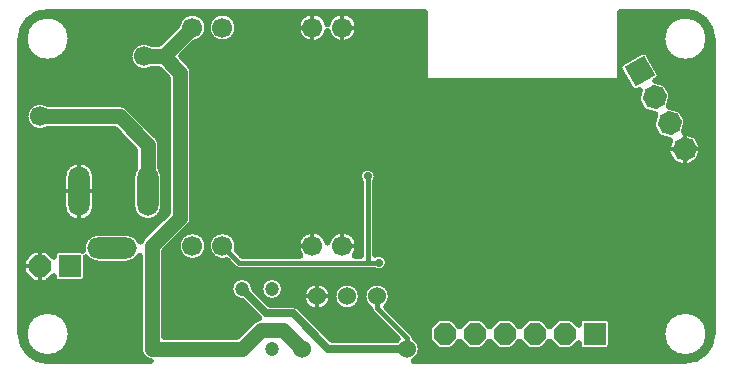
<source format=gbr>
G04 GENERATED BY PULSONIX 12.5 GERBER.DLL 9449*
G04 #@! TF.GenerationSoftware,Pulsonix,Pulsonix,12.5.9449*
G04 #@! TF.CreationDate,2025-04-26T21:18:15--1:00*
G04 #@! TF.Part,Single*
%FSLAX35Y35*%
%LPD*%
%MOMM*%
G04 #@! TF.FileFunction,Copper,L2,Bot*
G04 #@! TF.FilePolarity,Positive*
G04 #@! TA.AperFunction,OtherCopper,Copper*
%ADD14C,0.50000*%
%ADD15C,0.30000*%
G04 #@! TA.AperFunction,Conductor*
%ADD16C,0.40640*%
G04 #@! TA.AperFunction,ViaPad*
%ADD17C,0.70000*%
G04 #@! TA.AperFunction,Conductor*
%ADD71C,0.63500*%
%ADD77C,1.27000*%
G04 #@! TA.AperFunction,ComponentPad*
%ADD79C,1.52400*%
%ADD83C,1.70000*%
%ADD91O,1.80000X4.20000*%
%ADD92O,4.20000X1.80000*%
%ADD96C,1.20000*%
%AMT97*0 Rectangle Pad at angle 30*21,1,1.90500,1.90500,0,0,30*%
%ADD97T97*%
%AMT98*0 Octagon pad*4,1,8,-0.13457,1.02216,-0.81793,0.62762,-1.02216,-0.13457,-0.62762,-0.81793,0.13457,-1.02216,0.81793,-0.62762,1.02216,0.13457,0.62762,0.81793,-0.13457,1.02216,0*%
%ADD98T98*%
%ADD100R,1.90500X1.90500*%
%AMT101*0 Octagon pad*4,1,8,0.39454,0.95250,-0.39454,0.95250,-0.95250,0.39454,-0.95250,-0.39454,-0.39454,-0.95250,0.39454,-0.95250,0.95250,-0.39454,0.95250,0.39454,0.39454,0.95250,0*%
%ADD101T101*%
G04 #@! TD.AperFunction*
X0Y0D02*
D02*
D14*
X473925Y3015500D02*
Y515500D01*
G75*
G03*
X703925Y285500I230000J0D01*
G01*
X1576556D01*
G75*
G02*
X1485185Y388500I12369J103000D01*
G01*
Y1177699D01*
G75*
G02*
X1371925Y1111760I-113260J64301D01*
G01*
X1131925D01*
G75*
G02*
X1025915Y1166341I0J130240D01*
G01*
Y991750D01*
G75*
G02*
X985675Y951510I-40240J0D01*
G01*
X795175D01*
G75*
G02*
X754935Y991750I0J40240D01*
G01*
Y1007166D01*
X707699Y959930D01*
G75*
G02*
X675722Y946750I-31820J31820D01*
G01*
X597128D01*
G75*
G02*
X565151Y959930I-157J45000D01*
G01*
X509355Y1015726D01*
G75*
G02*
X496175Y1047703I31820J31820D01*
G01*
Y1126297D01*
G75*
G02*
X509355Y1158274I45000J157D01*
G01*
X565151Y1214070D01*
G75*
G02*
X597128Y1227250I31820J-31820D01*
G01*
X675722D01*
G75*
G02*
X707699Y1214070I157J-45000D01*
G01*
X754935Y1166834D01*
Y1182250D01*
G75*
G02*
X795175Y1222490I40240J0D01*
G01*
X985675D01*
G75*
G02*
X1003891Y1218131I0J-40240D01*
G01*
G75*
G02*
X1131925Y1372240I128034J23869D01*
G01*
X1371925D01*
G75*
G02*
X1490784Y1295245I0J-130240D01*
G01*
G75*
G02*
X1515764Y1335174I98141J-33620D01*
G01*
X1723310Y1542720D01*
Y2681405D01*
X1643455Y2761260D01*
X1591031D01*
G75*
G02*
X1395626Y2865000I-70165J103740D01*
G01*
G75*
G02*
X1591031Y2968740I125240J0D01*
G01*
X1643455D01*
X1807956Y3133241D01*
G75*
G02*
X2056165Y3109500I122969J-23741D01*
G01*
G75*
G02*
X1954666Y2986531I-125240J0D01*
G01*
X1833135Y2865000D01*
X1900211Y2797924D01*
G75*
G02*
X1930790Y2724375I-73161J-73549D01*
G01*
Y1499750D01*
G75*
G02*
X1900211Y1426201I-103740J0D01*
G01*
X1692665Y1218655D01*
Y492240D01*
X2307955D01*
X2436126Y620411D01*
G75*
G02*
X2495586Y650029I73549J-73161D01*
G01*
X2349343Y796272D01*
G75*
G02*
X2250685Y896500I1582J100228D01*
G01*
G75*
G02*
X2451153Y898082I100240J0D01*
G01*
X2587120Y762115D01*
X2779271D01*
G75*
G02*
X2830455Y741030I279J-71990D01*
G01*
X3110995Y460490D01*
X3656406D01*
G75*
G02*
X3670533Y475498I91517J-71992D01*
G01*
X3451285Y694746D01*
G75*
G02*
X3433517Y733455I42640J43005D01*
G01*
G75*
G02*
X3377485Y833000I60408J99545D01*
G01*
G75*
G02*
X3610365I116440J0D01*
G01*
G75*
G02*
X3571317Y746002I-116440J0D01*
G01*
X3790565Y526754D01*
G75*
G02*
X3808333Y488045I-42640J-43005D01*
G01*
G75*
G02*
X3802232Y285500I-60408J-99545D01*
G01*
X6103925D01*
G75*
G03*
X6333925Y515500I0J230000D01*
G01*
Y3015500D01*
G75*
G03*
X6103925Y3245500I-230000J0D01*
G01*
X5546925D01*
Y2784399D01*
G75*
G02*
X5565791Y2808406I39386J-11535D01*
G01*
X5730769Y2903656D01*
G75*
G02*
X5786831Y2888634I20520J-35542D01*
G01*
X5882081Y2723656D01*
G75*
G02*
X5867059Y2667594I-35542J-20520D01*
G01*
X5849552Y2657487D01*
X5916809Y2639465D01*
G75*
G02*
X5941781Y2620253I-10622J-39642D01*
G01*
X5981131Y2552098D01*
G75*
G02*
X5985283Y2520865I-35490J-20610D01*
G01*
X5964860Y2444646D01*
G75*
G02*
X5963614Y2440774I-39643J10620D01*
G01*
G75*
G02*
X5967590Y2439917I-6649J-40499D01*
G01*
X6043809Y2419494D01*
G75*
G02*
X6068781Y2400282I-10622J-39642D01*
G01*
X6108131Y2332127D01*
G75*
G02*
X6112283Y2300894I-35490J-20610D01*
G01*
X6091860Y2224675D01*
X6091843Y2224611D01*
G75*
G02*
X6095615Y2223772I-7876J-44306D01*
G01*
X6171834Y2203349D01*
G75*
G02*
X6199263Y2182201I-11647J-43467D01*
G01*
X6238507Y2114227D01*
G75*
G02*
X6243108Y2079899I-38866J-22682D01*
G01*
X6222685Y2003680D01*
G75*
G02*
X6201537Y1976251I-43467J11647D01*
G01*
X6133563Y1937007D01*
G75*
G02*
X6099235Y1932406I-22682J38866D01*
G01*
X6023016Y1952829D01*
G75*
G02*
X5995587Y1973977I11647J43467D01*
G01*
X5956343Y2041951D01*
G75*
G02*
X5951742Y2076279I38866J22682D01*
G01*
X5972165Y2152498D01*
G75*
G02*
X5973324Y2156184I43468J-11643D01*
G01*
X5973260Y2156201D01*
X5897041Y2176624D01*
G75*
G02*
X5872069Y2195836I10622J39642D01*
G01*
X5832719Y2263991D01*
G75*
G02*
X5828567Y2295224I35490J20610D01*
G01*
X5848990Y2371443D01*
G75*
G02*
X5850236Y2375315I39643J-10620D01*
G01*
G75*
G02*
X5846260Y2376172I6649J40499D01*
G01*
X5770041Y2396595D01*
G75*
G02*
X5745069Y2415807I10622J39642D01*
G01*
X5705719Y2483962D01*
G75*
G02*
X5701567Y2515195I35490J20610D01*
G01*
X5719589Y2582452D01*
X5702081Y2572344D01*
G75*
G02*
X5646019Y2587366I-20520J35542D01*
G01*
X5550769Y2752344D01*
G75*
G02*
X5546925Y2761329I35542J20520D01*
G01*
Y2683000D01*
G75*
G02*
X5521925Y2658000I-25000J0D01*
G01*
X3921925D01*
G75*
G02*
X3896925Y2683000I0J25000D01*
G01*
Y3245500D01*
X703925D01*
G75*
G03*
X473925Y3015500I0J-230000D01*
G01*
X6299165D02*
G75*
G02*
X5908685I-195240J0D01*
G01*
G75*
G02*
X6299165I195240J0D01*
G01*
Y515500D02*
G75*
G02*
X5908685I-195240J0D01*
G01*
G75*
G02*
X6299165I195240J0D01*
G01*
X3929935Y476097D02*
Y554903D01*
G75*
G02*
X3941721Y583408I40240J51D01*
G01*
X3997517Y639204D01*
G75*
G02*
X4026022Y650990I28454J-28454D01*
G01*
X4104828D01*
G75*
G02*
X4133333Y639204I51J-40240D01*
G01*
X4189129Y583408D01*
G75*
G02*
X4192425Y579676I-28455J-28452D01*
G01*
G75*
G02*
X4195721Y583408I31751J-24720D01*
G01*
X4251517Y639204D01*
G75*
G02*
X4280022Y650990I28454J-28454D01*
G01*
X4358828D01*
G75*
G02*
X4387333Y639204I51J-40240D01*
G01*
X4443129Y583408D01*
G75*
G02*
X4446425Y579676I-28455J-28452D01*
G01*
G75*
G02*
X4449721Y583408I31751J-24720D01*
G01*
X4505517Y639204D01*
G75*
G02*
X4534022Y650990I28454J-28454D01*
G01*
X4612828D01*
G75*
G02*
X4641333Y639204I51J-40240D01*
G01*
X4697129Y583408D01*
G75*
G02*
X4700425Y579676I-28455J-28452D01*
G01*
G75*
G02*
X4703721Y583408I31751J-24720D01*
G01*
X4759517Y639204D01*
G75*
G02*
X4788022Y650990I28454J-28454D01*
G01*
X4866828D01*
G75*
G02*
X4895333Y639204I51J-40240D01*
G01*
X4951129Y583408D01*
G75*
G02*
X4954425Y579676I-28455J-28452D01*
G01*
G75*
G02*
X4957721Y583408I31751J-24720D01*
G01*
X5013517Y639204D01*
G75*
G02*
X5042022Y650990I28454J-28454D01*
G01*
X5120828D01*
G75*
G02*
X5149333Y639204I51J-40240D01*
G01*
X5199935Y588602D01*
Y610750D01*
G75*
G02*
X5240175Y650990I40240J0D01*
G01*
X5430675D01*
G75*
G02*
X5470915Y610750I0J-40240D01*
G01*
Y420250D01*
G75*
G02*
X5430675Y380010I-40240J0D01*
G01*
X5240175D01*
G75*
G02*
X5199935Y420250I0J40240D01*
G01*
Y442398D01*
X5149333Y391796D01*
G75*
G02*
X5120828Y380010I-28454J28454D01*
G01*
X5042022D01*
G75*
G02*
X5013517Y391796I-51J40240D01*
G01*
X4957721Y447592D01*
G75*
G02*
X4954425Y451324I28455J28452D01*
G01*
G75*
G02*
X4951129Y447592I-31751J24720D01*
G01*
X4895333Y391796D01*
G75*
G02*
X4866828Y380010I-28454J28454D01*
G01*
X4788022D01*
G75*
G02*
X4759517Y391796I-51J40240D01*
G01*
X4703721Y447592D01*
G75*
G02*
X4700425Y451324I28455J28452D01*
G01*
G75*
G02*
X4697129Y447592I-31751J24720D01*
G01*
X4641333Y391796D01*
G75*
G02*
X4612828Y380010I-28454J28454D01*
G01*
X4534022D01*
G75*
G02*
X4505517Y391796I-51J40240D01*
G01*
X4449721Y447592D01*
G75*
G02*
X4446425Y451324I28455J28452D01*
G01*
G75*
G02*
X4443129Y447592I-31751J24720D01*
G01*
X4387333Y391796D01*
G75*
G02*
X4358828Y380010I-28454J28454D01*
G01*
X4280022D01*
G75*
G02*
X4251517Y391796I-51J40240D01*
G01*
X4195721Y447592D01*
G75*
G02*
X4192425Y451324I28455J28452D01*
G01*
G75*
G02*
X4189129Y447592I-31751J24720D01*
G01*
X4133333Y391796D01*
G75*
G02*
X4104828Y380010I-28454J28454D01*
G01*
X4026022D01*
G75*
G02*
X3997517Y391796I-51J40240D01*
G01*
X3941721Y447592D01*
G75*
G02*
X3929935Y476097I28454J28454D01*
G01*
X2310165Y1259500D02*
G75*
G02*
X2305263Y1224806I-125240J2D01*
G01*
X2350759Y1179310D01*
X2844604D01*
G75*
G02*
X2816925Y1259500I102321J80190D01*
G01*
G75*
G02*
X3073925Y1287267I130000J0D01*
G01*
G75*
G02*
X3330925Y1259500I127000J-27767D01*
G01*
G75*
G02*
X3303246Y1179310I-130000J0D01*
G01*
X3353990D01*
Y1804351D01*
G75*
G02*
X3339310Y1849000I60560J44649D01*
G01*
G75*
G02*
X3489790I75240J0D01*
G01*
G75*
G02*
X3475110Y1804351I-75240J0D01*
G01*
Y1185516D01*
G75*
G02*
X3585040Y1118750I34690J-66766D01*
G01*
G75*
G02*
X3465151Y1058190I-75240J0D01*
G01*
X3421695D01*
G75*
G02*
X3407405I-7145J60560D01*
G01*
X2325675D01*
G75*
G02*
X2282671Y1076110I0J60560D01*
G01*
X2219619Y1139162D01*
G75*
G02*
X2059685Y1259500I-34694J120338D01*
G01*
G75*
G02*
X2310165I125240J0D01*
G01*
X2705165Y896500D02*
G75*
G02*
X2504685I-100240J0D01*
G01*
G75*
G02*
X2705165I100240J0D01*
G01*
X3107125Y833000D02*
G75*
G02*
X2864725I-121200J0D01*
G01*
G75*
G02*
X3107125I121200J0D01*
G01*
X3356365D02*
G75*
G02*
X3123485I-116440J0D01*
G01*
G75*
G02*
X3356365I116440J0D01*
G01*
X2310165Y3109500D02*
G75*
G02*
X2059685I-125240J0D01*
G01*
G75*
G02*
X2310165I125240J0D01*
G01*
X3073925Y3137267D02*
G75*
G02*
X3330925Y3109500I127000J-27767D01*
G01*
G75*
G02*
X3073925Y3081733I-130000J0D01*
G01*
G75*
G02*
X2816925Y3109500I-127000J27767D01*
G01*
G75*
G02*
X3073925Y3137267I130000J0D01*
G01*
X899165Y3015500D02*
G75*
G02*
X508685I-195240J0D01*
G01*
G75*
G02*
X899165I195240J0D01*
G01*
X711149Y2460740D02*
X1313800D01*
G75*
G02*
X1387349Y2430161I0J-103740D01*
G01*
X1625086Y2192424D01*
G75*
G02*
X1655665Y2118875I-73161J-73549D01*
G01*
Y1920743D01*
G75*
G02*
X1682165Y1842000I-103740J-78743D01*
G01*
Y1602000D01*
G75*
G02*
X1421685I-130240J0D01*
G01*
Y1842000D01*
G75*
G02*
X1448185Y1920743I130240J0D01*
G01*
Y2075905D01*
X1270830Y2253260D01*
X711149D01*
G75*
G02*
X515744Y2357000I-70165J103740D01*
G01*
G75*
G02*
X711149Y2460740I125240J0D01*
G01*
X836925Y1842000D02*
G75*
G02*
X1106925I135000J0D01*
G01*
Y1602000D01*
G75*
G02*
X836925I-135000J0D01*
G01*
Y1842000D01*
X899165Y515500D02*
G75*
G02*
X508685I-195240J0D01*
G01*
G75*
G02*
X899165I195240J0D01*
G01*
X2056165Y1259500D02*
G75*
G02*
X1805685I-125240J0D01*
G01*
G75*
G02*
X2056165I125240J0D01*
G01*
X473925Y896500D02*
G36*
X473925Y896500D02*
Y515500D01*
X508685D01*
G75*
G02*
X899165I195240J0D01*
G01*
X1485185D01*
Y896500D01*
X473925D01*
G37*
Y1259500D02*
G36*
X473925Y1259500D02*
Y896500D01*
X1485185D01*
Y1177699D01*
G75*
G02*
X1371925Y1111760I-113260J64301D01*
G01*
X1131925D01*
G75*
G02*
X1025915Y1166341I0J130240D01*
G01*
Y991750D01*
G75*
G02*
X985675Y951510I-40240J0D01*
G01*
X795175D01*
G75*
G02*
X754935Y991750I0J40240D01*
G01*
Y1007166D01*
X707699Y959930D01*
G75*
G02*
X675722Y946750I-31820J31820D01*
G01*
X597128D01*
G75*
G02*
X565151Y959930I-157J45000D01*
G01*
X509355Y1015726D01*
G75*
G02*
X496175Y1047546I31820J31820D01*
G01*
Y1047703D01*
Y1126297D01*
Y1126454D01*
G75*
G02*
X509355Y1158274I45000J0D01*
G01*
X565151Y1214070D01*
G75*
G02*
X597128Y1227250I31820J-31820D01*
G01*
X675722D01*
G75*
G02*
X707699Y1214070I157J-45000D01*
G01*
X754935Y1166834D01*
Y1182250D01*
G75*
G02*
X795175Y1222490I40240J0D01*
G01*
X985675D01*
G75*
G02*
X1003891Y1218131I0J-40240D01*
G01*
G75*
G02*
X1001685Y1242000I128034J23869D01*
G01*
G75*
G02*
X1002866Y1259500I130240J1D01*
G01*
X473925D01*
G37*
Y515500D02*
G36*
X473925Y515500D02*
G75*
G03*
X703925Y285500I230000J0D01*
G01*
X1576556D01*
G75*
G02*
X1485185Y388500I12369J103000D01*
G01*
Y515500D01*
X899165D01*
G75*
G02*
X508685I-195240J0D01*
G01*
X473925D01*
G37*
Y1483875D02*
G36*
X473925Y1483875D02*
Y1259500D01*
X1002866D01*
G75*
G02*
X1131925Y1372240I129059J-17500D01*
G01*
X1371925D01*
G75*
G02*
X1490784Y1295245I0J-130240D01*
G01*
G75*
G02*
X1515764Y1335174I98141J-33620D01*
G01*
X1664465Y1483875D01*
X1606779D01*
G75*
G02*
X1497071I-54854J118125D01*
G01*
X1037282D01*
G75*
G02*
X906568I-65357J118125D01*
G01*
X473925D01*
G37*
Y3015500D02*
G36*
X473925Y3015500D02*
Y1483875D01*
X906568D01*
G75*
G02*
X836925Y1602000I65357J118125D01*
G01*
Y1842000D01*
G75*
G02*
X1106925I135000J0D01*
G01*
Y1602000D01*
G75*
G02*
X1037282Y1483875I-135000J0D01*
G01*
X1497071D01*
G75*
G02*
X1421685Y1602000I54854J118125D01*
G01*
Y1842000D01*
G75*
G02*
X1448185Y1920743I130240J0D01*
G01*
Y2075905D01*
X1270830Y2253260D01*
X711149D01*
G75*
G02*
X515744Y2357000I-70165J103740D01*
G01*
G75*
G02*
X711149Y2460740I125240J0D01*
G01*
X1313800D01*
G75*
G02*
X1387349Y2430161I0J-103740D01*
G01*
X1625086Y2192424D01*
G75*
G02*
X1655665Y2118875I-73161J-73549D01*
G01*
Y1920743D01*
G75*
G02*
X1682165Y1842000I-103740J-78743D01*
G01*
Y1602000D01*
G75*
G02*
X1606779Y1483875I-130240J0D01*
G01*
X1664465D01*
X1723310Y1542720D01*
Y2681405D01*
X1643455Y2761260D01*
X1591031D01*
G75*
G02*
X1395626Y2865000I-70165J103740D01*
G01*
G75*
G02*
X1591031Y2968740I125240J0D01*
G01*
X1643455D01*
X1690215Y3015500D01*
X899165D01*
G75*
G02*
X508685I-195240J0D01*
G01*
X473925D01*
G37*
X1692665Y515500D02*
G36*
X1692665Y515500D02*
Y492240D01*
X2307955D01*
X2331215Y515500D01*
X1692665D01*
G37*
Y896500D02*
G36*
X1692665Y896500D02*
Y515500D01*
X2331215D01*
X2436126Y620411D01*
G75*
G02*
X2495586Y650029I73549J-73161D01*
G01*
X2349343Y796272D01*
G75*
G02*
X2250685Y896500I1582J100228D01*
G01*
X1692665D01*
G37*
X2305263Y1224806D02*
G36*
X2305263Y1224806D02*
X2350759Y1179310D01*
X2844604D01*
G75*
G02*
X2816925Y1259500I102321J80190D01*
G01*
X2310165D01*
G75*
G02*
X2305263Y1224806I-125240J2D01*
G01*
G37*
X3036725Y3015500D02*
G36*
X3036725Y3015500D02*
X3111125D01*
G75*
G02*
X3073925Y3081733I89800J94000D01*
G01*
G75*
G02*
X3036725Y3015500I-127000J27767D01*
G01*
G37*
X3303246Y1179310D02*
G36*
X3303246Y1179310D02*
X3353990D01*
Y1259500D01*
X3330925D01*
G75*
G02*
X3303246Y1179310I-130000J0D01*
G01*
G37*
X1733510Y1259500D02*
G36*
X1733510Y1259500D02*
X1805685D01*
G75*
G02*
X2056165I125240J0D01*
G01*
X2059685D01*
G75*
G02*
X2310165I125240J0D01*
G01*
X2816925D01*
G75*
G02*
X3073925Y1287267I130000J0D01*
G01*
G75*
G02*
X3330925Y1259500I127000J-27767D01*
G01*
X3353990D01*
Y1483875D01*
X1929568D01*
G75*
G02*
X1900211Y1426201I-102518J15875D01*
G01*
X1733510Y1259500D01*
G37*
X2452735Y896500D02*
G36*
X2452735Y896500D02*
X2587120Y762115D01*
X2779271D01*
G75*
G02*
X2830455Y741030I279J-71990D01*
G01*
X3055985Y515500D01*
X3630531D01*
X3451285Y694746D01*
G75*
G02*
X3433517Y733455I42640J43005D01*
G01*
G75*
G02*
X3377485Y833000I60408J99545D01*
G01*
G75*
G02*
X3396324Y896500I116440J0D01*
G01*
X3337526D01*
G75*
G02*
X3356365Y833000I-97601J-63500D01*
G01*
G75*
G02*
X3123485I-116440J0D01*
G01*
G75*
G02*
X3142324Y896500I116440J0D01*
G01*
X3089159D01*
G75*
G02*
X3107125Y833000I-103234J-63500D01*
G01*
G75*
G02*
X2864725I-121200J0D01*
G01*
G75*
G02*
X2882691Y896500I121200J0D01*
G01*
X2705165D01*
G75*
G02*
X2504685I-100240J0D01*
G01*
X2452735D01*
G37*
X3055985Y515500D02*
G36*
X3055985Y515500D02*
X3110995Y460490D01*
X3656406D01*
G75*
G02*
X3670533Y475498I91517J-71992D01*
G01*
X3630531Y515500D01*
X3055985D01*
G37*
X473925Y3015500D02*
G36*
X473925Y3015500D02*
X508685D01*
G75*
G02*
X899165I195240J0D01*
G01*
X1690215D01*
X1807956Y3133241D01*
G75*
G02*
X2056165Y3109500I122969J-23741D01*
G01*
G75*
G02*
X2013684Y3015500I-125240J0D01*
G01*
X2102166D01*
G75*
G02*
X2059685Y3109500I82759J94000D01*
G01*
G75*
G02*
X2310165I125240J0D01*
G01*
G75*
G02*
X2267684Y3015500I-125240J0D01*
G01*
X2857125D01*
G75*
G02*
X2816925Y3109500I89800J94000D01*
G01*
G75*
G02*
X3073925Y3137267I130000J0D01*
G01*
G75*
G02*
X3330925Y3109500I127000J-27767D01*
G01*
G75*
G02*
X3290725Y3015500I-130000J0D01*
G01*
X3896925D01*
Y3245500D01*
X703925D01*
G75*
G03*
X473925Y3015500I0J-230000D01*
G01*
G37*
X3799495Y515500D02*
G36*
X3799495Y515500D02*
G75*
G02*
X3808333Y488045I-51570J-31751D01*
G01*
G75*
G02*
X3864365Y388500I-60408J-99545D01*
G01*
G75*
G02*
X3802232Y285500I-116440J0D01*
G01*
X6103925D01*
G75*
G03*
X6333925Y515500I0J230000D01*
G01*
X6299165D01*
G75*
G02*
X5908685I-195240J0D01*
G01*
X5470915D01*
Y420250D01*
G75*
G02*
X5430675Y380010I-40240J0D01*
G01*
X5240175D01*
G75*
G02*
X5199935Y420250I0J40240D01*
G01*
Y442398D01*
X5149333Y391796D01*
G75*
G02*
X5120828Y380010I-28454J28454D01*
G01*
X5042022D01*
G75*
G02*
X5013517Y391796I-51J40240D01*
G01*
X4957721Y447592D01*
G75*
G02*
X4954425Y451324I28455J28452D01*
G01*
G75*
G02*
X4951129Y447592I-31751J24720D01*
G01*
X4895333Y391796D01*
G75*
G02*
X4866828Y380010I-28454J28454D01*
G01*
X4788022D01*
G75*
G02*
X4759517Y391796I-51J40240D01*
G01*
X4703721Y447592D01*
G75*
G02*
X4700425Y451324I28455J28452D01*
G01*
G75*
G02*
X4697129Y447592I-31751J24720D01*
G01*
X4641333Y391796D01*
G75*
G02*
X4612828Y380010I-28454J28454D01*
G01*
X4534022D01*
G75*
G02*
X4505517Y391796I-51J40240D01*
G01*
X4449721Y447592D01*
G75*
G02*
X4446425Y451324I28455J28452D01*
G01*
G75*
G02*
X4443129Y447592I-31751J24720D01*
G01*
X4387333Y391796D01*
G75*
G02*
X4358828Y380010I-28454J28454D01*
G01*
X4280022D01*
G75*
G02*
X4251517Y391796I-51J40240D01*
G01*
X4195721Y447592D01*
G75*
G02*
X4192425Y451324I28455J28452D01*
G01*
G75*
G02*
X4189129Y447592I-31751J24720D01*
G01*
X4133333Y391796D01*
G75*
G02*
X4104828Y380010I-28454J28454D01*
G01*
X4026022D01*
G75*
G02*
X3997517Y391796I-51J40240D01*
G01*
X3941721Y447592D01*
G75*
G02*
X3929935Y476046I28454J28454D01*
G01*
Y476097D01*
Y515500D01*
X3799495D01*
G37*
X3571317Y746002D02*
G36*
X3571317Y746002D02*
X3790565Y526754D01*
G75*
G02*
X3799495Y515500I-42640J-43005D01*
G01*
X3929935D01*
Y554903D01*
Y554954D01*
G75*
G02*
X3941721Y583408I40240J0D01*
G01*
X3997517Y639204D01*
G75*
G02*
X4026022Y650990I28454J-28454D01*
G01*
X4104828D01*
G75*
G02*
X4133333Y639204I51J-40240D01*
G01*
X4189129Y583408D01*
G75*
G02*
X4192425Y579676I-28455J-28452D01*
G01*
G75*
G02*
X4195721Y583408I31751J-24720D01*
G01*
X4251517Y639204D01*
G75*
G02*
X4280022Y650990I28454J-28454D01*
G01*
X4358828D01*
G75*
G02*
X4387333Y639204I51J-40240D01*
G01*
X4443129Y583408D01*
G75*
G02*
X4446425Y579676I-28455J-28452D01*
G01*
G75*
G02*
X4449721Y583408I31751J-24720D01*
G01*
X4505517Y639204D01*
G75*
G02*
X4534022Y650990I28454J-28454D01*
G01*
X4612828D01*
G75*
G02*
X4641333Y639204I51J-40240D01*
G01*
X4697129Y583408D01*
G75*
G02*
X4700425Y579676I-28455J-28452D01*
G01*
G75*
G02*
X4703721Y583408I31751J-24720D01*
G01*
X4759517Y639204D01*
G75*
G02*
X4788022Y650990I28454J-28454D01*
G01*
X4866828D01*
G75*
G02*
X4895333Y639204I51J-40240D01*
G01*
X4951129Y583408D01*
G75*
G02*
X4954425Y579676I-28455J-28452D01*
G01*
G75*
G02*
X4957721Y583408I31751J-24720D01*
G01*
X5013517Y639204D01*
G75*
G02*
X5042022Y650990I28454J-28454D01*
G01*
X5120828D01*
G75*
G02*
X5149333Y639204I51J-40240D01*
G01*
X5199935Y588602D01*
Y610750D01*
G75*
G02*
X5240175Y650990I40240J0D01*
G01*
X5430675D01*
G75*
G02*
X5470915Y610750I0J-40240D01*
G01*
Y515500D01*
X5908685D01*
G75*
G02*
X6299165I195240J0D01*
G01*
X6333925D01*
Y896500D01*
X3591526D01*
G75*
G02*
X3610365Y833000I-97601J-63500D01*
G01*
G75*
G02*
X3571317Y746002I-116440J0D01*
G01*
G37*
X1692665Y1218655D02*
G36*
X1692665Y1218655D02*
Y896500D01*
X2250685D01*
G75*
G02*
X2451153Y898082I100240J0D01*
G01*
X2452735Y896500D01*
X2504685D01*
G75*
G02*
X2705165I100240J0D01*
G01*
X2882691D01*
G75*
G02*
X3089159I103234J-63500D01*
G01*
X3142324D01*
G75*
G02*
X3337526I97601J-63500D01*
G01*
X3396324D01*
G75*
G02*
X3591526I97601J-63500D01*
G01*
X6333925D01*
Y1259500D01*
X3475110D01*
Y1185516D01*
G75*
G02*
X3585040Y1118750I34690J-66766D01*
G01*
G75*
G02*
X3465151Y1058190I-75240J0D01*
G01*
X3421695D01*
G75*
G02*
X3407405I-7145J60560D01*
G01*
X2325675D01*
G75*
G02*
X2282671Y1076110I0J60560D01*
G01*
X2219619Y1139162D01*
G75*
G02*
X2059685Y1259500I-34694J120338D01*
G01*
X2056165D01*
G75*
G02*
X1805685I-125240J0D01*
G01*
X1733510D01*
X1692665Y1218655D01*
G37*
X3475110Y1483875D02*
G36*
X3475110Y1483875D02*
Y1259500D01*
X6333925D01*
Y1483875D01*
X3475110D01*
G37*
X1833135Y2865000D02*
G36*
X1833135Y2865000D02*
X1900211Y2797924D01*
G75*
G02*
X1930790Y2724375I-73161J-73549D01*
G01*
Y1499750D01*
G75*
G02*
X1929568Y1483875I-103740J1D01*
G01*
X3353990D01*
Y1804351D01*
G75*
G02*
X3339310Y1849000I60560J44649D01*
G01*
G75*
G02*
X3489790I75240J0D01*
G01*
G75*
G02*
X3475110Y1804351I-75240J0D01*
G01*
Y1483875D01*
X6333925D01*
Y3015500D01*
X6299165D01*
G75*
G02*
X5908685I-195240J0D01*
G01*
X5546925D01*
Y2784399D01*
G75*
G02*
X5565791Y2808406I39386J-11535D01*
G01*
X5730769Y2903656D01*
G75*
G02*
X5786831Y2888634I20520J-35542D01*
G01*
X5882081Y2723656D01*
G75*
G02*
X5887579Y2703136I-35542J-20519D01*
G01*
G75*
G02*
X5867059Y2667594I-41040J0D01*
G01*
X5849552Y2657487D01*
X5916809Y2639465D01*
G75*
G02*
X5941781Y2620253I-10622J-39642D01*
G01*
X5981131Y2552098D01*
G75*
G02*
X5986682Y2531488I-35490J-20611D01*
G01*
G75*
G02*
X5985283Y2520865I-41041J1D01*
G01*
X5964860Y2444646D01*
G75*
G02*
X5963614Y2440774I-39643J10620D01*
G01*
G75*
G02*
X5967590Y2439917I-6649J-40499D01*
G01*
X6043809Y2419494D01*
G75*
G02*
X6068781Y2400282I-10622J-39642D01*
G01*
X6108131Y2332127D01*
G75*
G02*
X6113682Y2311517I-35490J-20611D01*
G01*
G75*
G02*
X6112283Y2300894I-41041J1D01*
G01*
X6091860Y2224675D01*
X6091843Y2224611D01*
G75*
G02*
X6095615Y2223772I-7876J-44306D01*
G01*
X6171834Y2203349D01*
G75*
G02*
X6199263Y2182201I-11647J-43467D01*
G01*
X6238507Y2114227D01*
G75*
G02*
X6244641Y2091545I-38866J-22681D01*
G01*
G75*
G02*
X6243108Y2079899I-45000J0D01*
G01*
X6222685Y2003680D01*
G75*
G02*
X6201537Y1976251I-43467J11647D01*
G01*
X6133563Y1937007D01*
G75*
G02*
X6099235Y1932406I-22682J38866D01*
G01*
X6023016Y1952829D01*
G75*
G02*
X5995587Y1973977I11647J43467D01*
G01*
X5956343Y2041951D01*
G75*
G02*
X5950209Y2064633I38866J22681D01*
G01*
G75*
G02*
X5951742Y2076279I45000J0D01*
G01*
X5972165Y2152498D01*
G75*
G02*
X5973324Y2156184I43468J-11643D01*
G01*
X5973260Y2156201D01*
X5897041Y2176624D01*
G75*
G02*
X5872069Y2195836I10622J39642D01*
G01*
X5832719Y2263991D01*
G75*
G02*
X5827168Y2284601I35490J20611D01*
G01*
G75*
G02*
X5828567Y2295224I41041J-1D01*
G01*
X5848990Y2371443D01*
G75*
G02*
X5850236Y2375315I39643J-10620D01*
G01*
G75*
G02*
X5846260Y2376172I6649J40499D01*
G01*
X5770041Y2396595D01*
G75*
G02*
X5745069Y2415807I10622J39642D01*
G01*
X5705719Y2483962D01*
G75*
G02*
X5700168Y2504572I35490J20611D01*
G01*
G75*
G02*
X5701567Y2515195I41041J-1D01*
G01*
X5719589Y2582452D01*
X5702081Y2572344D01*
G75*
G02*
X5646019Y2587366I-20520J35542D01*
G01*
X5550769Y2752344D01*
G75*
G02*
X5546925Y2761329I35542J20520D01*
G01*
Y2683000D01*
G75*
G02*
X5521925Y2658000I-25000J0D01*
G01*
X3921925D01*
G75*
G02*
X3896925Y2683000I0J25000D01*
G01*
Y3015500D01*
X3290725D01*
G75*
G02*
X3111125I-89800J94000D01*
G01*
X3036725D01*
G75*
G02*
X2857125I-89800J94000D01*
G01*
X2267684D01*
G75*
G02*
X2102166I-82759J94000D01*
G01*
X2013684D01*
G75*
G02*
X1954666Y2986531I-82759J94000D01*
G01*
X1833135Y2865000D01*
G37*
X5546925Y3245500D02*
G36*
X5546925Y3245500D02*
Y3015500D01*
X5908685D01*
G75*
G02*
X6299165I195240J0D01*
G01*
X6333925D01*
G75*
G03*
X6103925Y3245500I-230000J0D01*
G01*
X5546925D01*
G37*
D02*
D15*
X556175Y1087000D02*
X496175D01*
X636425Y1006750D02*
Y946750D01*
Y1167250D02*
Y1227250D01*
X896925Y1722000D02*
X836925D01*
X971925Y1527000D02*
Y1467000D01*
Y1917000D02*
Y1977000D01*
X1046925Y1722000D02*
X1106925D01*
X2876925Y1259500D02*
X2816925D01*
X2876925Y3109500D02*
X2816925D01*
X2924725Y833000D02*
X2864725D01*
X2946925Y1329500D02*
Y1389500D01*
Y3039500D02*
Y2979500D01*
Y3179500D02*
Y3239500D01*
X2985925Y771800D02*
Y711800D01*
Y894200D02*
Y954200D01*
X3047125Y833000D02*
X3107125D01*
X3200925Y1329500D02*
Y1389500D01*
Y3039500D02*
Y2979500D01*
Y3179500D02*
Y3239500D01*
X3270925Y1259500D02*
X3330925D01*
X3270925Y3109500D02*
X3330925D01*
X6013815Y2078089D02*
X5937227D01*
X6097425Y1994479D02*
Y1917891D01*
Y2161699D02*
Y2238287D01*
X6181035Y2078089D02*
X6257623D01*
D02*
D16*
X3414550Y1118750D02*
X2325675D01*
X2184925Y1259500D01*
X3414550Y1849000D02*
Y1118750D01*
X3509800D02*
X3414550D01*
X3747925Y388500D02*
Y483750D01*
X3493925Y737750D01*
Y833000D01*
D02*
D17*
X530925Y1358500D03*
Y2057000D03*
X1038925Y342500D03*
X1165925Y3200000D03*
X1483425D03*
X2308925Y2247500D03*
X2753425D03*
X3197925D03*
X3414550Y1849000D03*
X3509800Y1118750D03*
X4721925Y1422000D03*
Y1930000D03*
Y2438000D03*
X5547425Y660000D03*
X5674425Y3073000D03*
X5737925Y660000D03*
D02*
D71*
X3747925Y388500D02*
X3081175D01*
X2779550Y690125D01*
X2557300D01*
X2350925Y896500D01*
D02*
D77*
X640984Y2357000D02*
X1313800D01*
X1551925Y2118875D01*
Y1722000D01*
X1520866Y2865000D02*
X1686425D01*
X1588925Y388500D02*
X2350925D01*
X1588925Y896500D02*
Y1261625D01*
X1827050Y1499750D01*
Y2724375D01*
X1686425Y2865000D01*
X1588925Y896500D02*
Y388500D01*
X1686425Y2865000D02*
X1930925Y3109500D01*
X2350925Y388500D02*
X2509675Y547250D01*
X2700175D01*
X2858925Y388500D01*
D02*
D79*
D03*
X2985925Y833000D03*
X3239925D03*
X3493925D03*
X3747925Y388500D03*
D02*
D83*
X640984Y2357000D03*
X1520866Y2865000D03*
X1930925Y1259500D03*
Y3109500D03*
X2184925Y1259500D03*
Y3109500D03*
X2946925Y1259500D03*
Y3109500D03*
X3200925Y1259500D03*
Y3109500D03*
D02*
D91*
X971925Y1722000D03*
X1551925D03*
D02*
D92*
X1251925Y1242000D03*
D02*
D96*
X1588925Y388500D03*
Y896500D03*
X2350925Y388500D03*
Y896500D03*
X2604925Y388500D03*
Y896500D03*
D02*
D97*
X5716425Y2738000D03*
D02*
D98*
X5843425Y2518030D03*
X5970425Y2298059D03*
X6097425Y2078089D03*
D02*
D100*
X890425Y1087000D03*
X5335425Y515500D03*
D02*
D101*
X636425Y1087000D03*
X4065425Y515500D03*
X4319425D03*
X4573425D03*
X4827425D03*
X5081425D03*
X0Y0D02*
M02*

</source>
